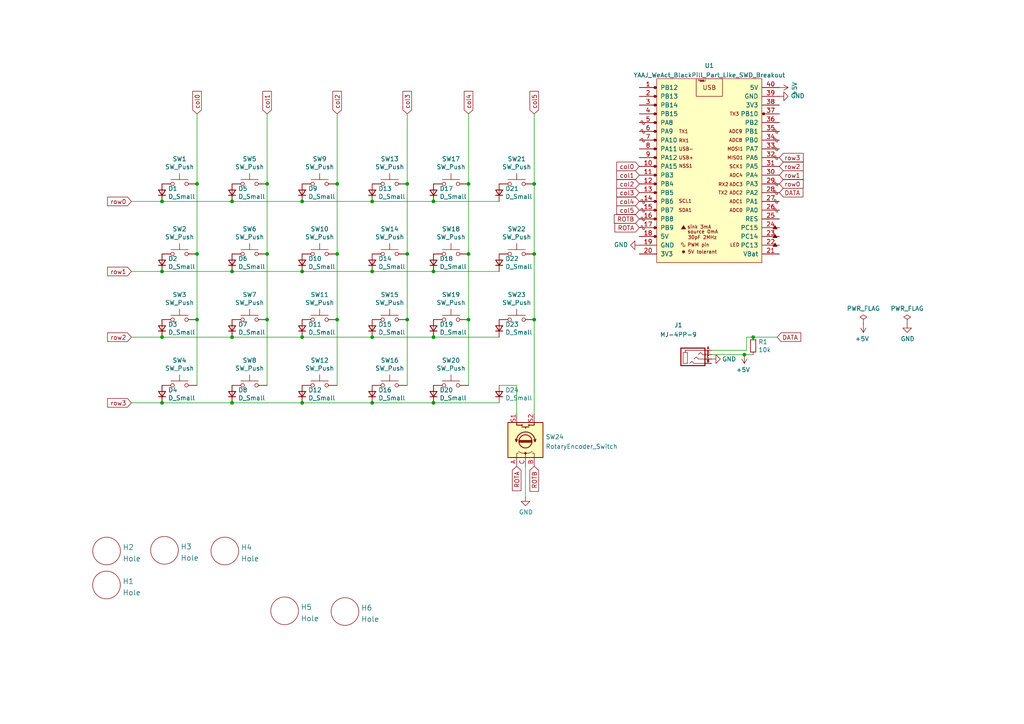
<source format=kicad_sch>
(kicad_sch (version 20220404) (generator eeschema)
  (paper "A4")
  (lib_symbols
    (symbol "Device:D_Small" (pin_numbers hide) (pin_names (offset 0.254) hide)
      (property "Reference" "D" (at -1.27 2.032 0))
      (property "Value" "Device_D_Small" (at -3.81 -2.032 0))
      (symbol "D_Small_0_1"
        (polyline (pts (xy -0.762 -1.016) (xy -0.762 1.016)) (stroke (width 0.254)))
        (polyline (pts (xy -0.762 0) (xy 0.762 0)))
        (polyline (pts (xy 0.762 -1.016) (xy -0.762 0) (xy 0.762 1.016) (xy 0.762 -1.016)) (stroke (width 0.254)))
      )
      (symbol "D_Small_1_1"
        (pin passive line (at -2.54 0 0) (length 1.778) (name "K") (number "1"))
        (pin passive line (at 2.54 0 180) (length 1.778) (name "A") (number "2"))
      )
    )
    (symbol "Device:R_Small" (pin_numbers hide) (pin_names (offset 0.254) hide)
      (property "Reference" "R" (at 0.762 0.508 0))
      (property "Value" "Device_R_Small" (at 0.762 -1.016 0))
      (symbol "R_Small_0_1"
        (rectangle (start -0.762 1.778) (end 0.762 -1.778) (stroke (width 0.2032)))
      )
      (symbol "R_Small_1_1"
        (pin passive line (at 0 2.54 270) (length 0.762) (name "~") (number "1"))
        (pin passive line (at 0 -2.54 90) (length 0.762) (name "~") (number "2"))
      )
    )
    (symbol "Device:RotaryEncoder_Switch" (pin_names (offset 0.254) hide)
      (property "Reference" "SW" (at 0 6.604 0))
      (property "Value" "RotaryEncoder_Switch" (at 0 -6.604 0))
      (symbol "RotaryEncoder_Switch_0_1"
        (rectangle (start -5.08 5.08) (end 5.08 -5.08) (stroke (width 0.254)) (fill (type background)))
        (circle (center -3.81 0) (radius 0.254) (fill (type outline)))
        (arc (start -0.381 -2.794) (mid 2.3622 -0.0635) (end -0.381 2.667) (stroke (width 0.254)))
        (circle (center -0.381 0) (radius 1.905) (stroke (width 0.254)))
        (polyline (pts (xy -0.635 -1.778) (xy -0.635 1.778)) (stroke (width 0.254)))
        (polyline (pts (xy -0.381 -1.778) (xy -0.381 1.778)) (stroke (width 0.254)))
        (polyline (pts (xy -0.127 1.778) (xy -0.127 -1.778)) (stroke (width 0.254)))
        (polyline (pts (xy 3.81 0) (xy 3.429 0)) (stroke (width 0.254)))
        (polyline (pts (xy 3.81 1.016) (xy 3.81 -1.016)) (stroke (width 0.254)))
        (polyline (pts (xy -5.08 -2.54) (xy -3.81 -2.54) (xy -3.81 -2.032)))
        (polyline (pts (xy -5.08 2.54) (xy -3.81 2.54) (xy -3.81 2.032)))
        (polyline (pts (xy 0.254 -3.048) (xy -0.508 -2.794) (xy 0.127 -2.413)) (stroke (width 0.254)))
        (polyline (pts (xy 0.254 2.921) (xy -0.508 2.667) (xy 0.127 2.286)) (stroke (width 0.254)))
        (polyline (pts (xy 5.08 -2.54) (xy 4.318 -2.54) (xy 4.318 -1.016)) (stroke (width 0.254)))
        (polyline (pts (xy 5.08 2.54) (xy 4.318 2.54) (xy 4.318 1.016)) (stroke (width 0.254)))
        (polyline (pts (xy -5.08 0) (xy -3.81 0) (xy -3.81 -1.016) (xy -3.302 -2.032)))
        (polyline (pts (xy -4.318 0) (xy -3.81 0) (xy -3.81 1.016) (xy -3.302 2.032)))
        (circle (center 4.318 -1.016) (radius 0.127) (stroke (width 0.254)))
        (circle (center 4.318 1.016) (radius 0.127) (stroke (width 0.254)))
      )
      (symbol "RotaryEncoder_Switch_1_1"
        (pin passive line (at -7.62 2.54 0) (length 2.54) (name "A") (number "A"))
        (pin passive line (at -7.62 -2.54 0) (length 2.54) (name "B") (number "B"))
        (pin passive line (at -7.62 0 0) (length 2.54) (name "C") (number "C"))
        (pin passive line (at 7.62 2.54 180) (length 2.54) (name "S1") (number "S1"))
        (pin passive line (at 7.62 -2.54 180) (length 2.54) (name "S2") (number "S2"))
      )
    )
    (symbol "Switch:SW_Push" (pin_numbers hide) (pin_names (offset 1.016) hide)
      (property "Reference" "SW" (at 1.27 2.54 0))
      (property "Value" "Switch_SW_Push" (at 0 -1.524 0))
      (symbol "SW_Push_0_1"
        (circle (center -2.032 0) (radius 0.508))
        (polyline (pts (xy 0 1.27) (xy 0 3.048)))
        (polyline (pts (xy 2.54 1.27) (xy -2.54 1.27)))
        (circle (center 2.032 0) (radius 0.508))
        (pin passive line (at -5.08 0 0) (length 2.54) (name "1") (number "1"))
        (pin passive line (at 5.08 0 180) (length 2.54) (name "2") (number "2"))
      )
    )
    (symbol "YAAJ_WeAct_BlackPill_Part_Like:YAAJ_WeAct_BlackPill_Part_Like" (pin_names (offset 1.016))
      (property "Reference" "U" (at -12.7 27.94 0))
      (property "Value" "YAAJ_WeAct_BlackPill_Part_Like" (at 0 2.54 90))
      (symbol "YAAJ_WeAct_BlackPill_Part_Like_0_0"
        (circle (center -15.748 -20.32) (radius 0.3556) (fill (type outline)))
        (circle (center -15.748 -17.78) (radius 0.3556) (fill (type outline)))
        (circle (center -15.748 -15.24) (radius 0.3556) (fill (type outline)))
        (circle (center -15.748 -12.7) (radius 0.3556) (fill (type outline)))
        (circle (center -15.748 -10.16) (radius 0.3556) (fill (type outline)))
        (circle (center -15.748 -7.62) (radius 0.3556) (fill (type outline)))
        (circle (center -15.748 -5.08) (radius 0.3556) (fill (type outline)))
        (circle (center -15.748 -2.54) (radius 0.3556) (fill (type outline)))
        (circle (center -15.748 0) (radius 0.3556) (fill (type outline)))
        (circle (center -15.748 2.54) (radius 0.3556) (fill (type outline)))
        (circle (center -15.748 5.08) (radius 0.3556) (fill (type outline)))
        (circle (center -15.748 7.62) (radius 0.3556) (fill (type outline)))
        (circle (center -15.748 10.16) (radius 0.3556) (fill (type outline)))
        (circle (center -15.748 12.7) (radius 0.3556) (fill (type outline)))
        (circle (center -15.748 15.24) (radius 0.3556) (fill (type outline)))
        (circle (center -15.748 17.78) (radius 0.3556) (fill (type outline)))
        (circle (center -15.748 22.86) (radius 0.3556) (fill (type outline)))
        (circle (center -7.493 -24.765) (radius 0.127) (fill (type outline)))
        (circle (center -7.493 -24.765) (radius 0.254))
        (circle (center -7.493 -24.765) (radius 0.3556))
        (polyline (pts (xy -8.128 -18.161) (xy -7.493 -17.145) (xy -6.858 -18.161) (xy -8.128 -18.161) (xy -7.493 -17.272) (xy -6.985 -18.161) (xy -8.001 -18.034) (xy -7.493 -17.399) (xy -7.112 -18.161) (xy -7.874 -17.907) (xy -7.366 -17.526) (xy -7.239 -18.161) (xy -7.747 -17.78) (xy -7.239 -17.653) (xy -7.366 -18.034) (xy -7.62 -17.78) (xy -7.366 -17.907) (xy -7.493 -17.653)))
        (polyline (pts (xy 18.415 -23.241) (xy 19.05 -22.225) (xy 19.685 -23.241) (xy 18.415 -23.241) (xy 19.05 -22.352) (xy 19.558 -23.241) (xy 18.542 -23.114) (xy 19.05 -22.479) (xy 19.431 -23.241) (xy 18.669 -22.987) (xy 19.177 -22.606) (xy 19.304 -23.241) (xy 18.796 -22.86) (xy 19.304 -22.733) (xy 19.177 -23.114) (xy 18.923 -22.86) (xy 19.177 -22.987) (xy 19.05 -22.733)))
        (polyline (pts (xy 18.415 -20.701) (xy 19.05 -19.685) (xy 19.685 -20.701) (xy 18.415 -20.701) (xy 19.05 -19.812) (xy 19.558 -20.701) (xy 18.542 -20.574) (xy 19.05 -19.939) (xy 19.431 -20.701) (xy 18.669 -20.447) (xy 19.177 -20.066) (xy 19.304 -20.701) (xy 18.796 -20.32) (xy 19.304 -20.193) (xy 19.177 -20.574) (xy 18.923 -20.32) (xy 19.177 -20.447) (xy 19.05 -20.193)))
        (polyline (pts (xy 18.415 -18.161) (xy 19.05 -17.145) (xy 19.685 -18.161) (xy 18.415 -18.161) (xy 19.05 -17.272) (xy 19.558 -18.161) (xy 18.542 -18.034) (xy 19.05 -17.399) (xy 19.431 -18.161) (xy 18.669 -17.907) (xy 19.177 -17.526) (xy 19.304 -18.161) (xy 18.796 -17.78) (xy 19.304 -17.653) (xy 19.177 -18.034) (xy 18.923 -17.78) (xy 19.177 -17.907) (xy 19.05 -17.653)))
        (circle (center 15.748 15.24) (radius 0.254) (fill (type outline)))
        (circle (center 15.748 15.24) (radius 0.3556))
        (text "30pF 2MHz" (at -2.032 -20.574 0) (effects (font (size 0.9906 0.9906))))
        (text "5V tolerant" (at -2.032 -24.765 0) (effects (font (size 0.9906 0.9906))))
        (text "ADC0" (at 7.747 -12.7 0) (effects (font (size 0.9906 0.9906))))
        (text "ADC1" (at 7.747 -10.16 0) (effects (font (size 0.9906 0.9906))))
        (text "ADC2" (at 7.747 -7.62 0) (effects (font (size 0.9906 0.9906))))
        (text "ADC3" (at 7.747 -5.207 0) (effects (font (size 0.9906 0.9906))))
        (text "ADC4" (at 7.747 -2.54 0) (effects (font (size 0.9906 0.9906))))
        (text "ADC8" (at 7.62 7.62 0) (effects (font (size 0.9906 0.9906))))
        (text "ADC9" (at 7.62 10.16 0) (effects (font (size 0.9906 0.9906))))
        (text "LED" (at 7.366 -22.733 0) (effects (font (size 0.9906 0.9906))))
        (text "MISO1" (at 7.493 2.54 0) (effects (font (size 0.9906 0.9906))))
        (text "MOSI1" (at 7.493 5.08 0) (effects (font (size 0.9906 0.9906))))
        (text "NSS1" (at -6.858 0.127 0) (effects (font (size 0.9906 0.9906))))
        (text "PWM pin" (at -3.175 -22.733 0) (effects (font (size 0.9906 0.9906))))
        (text "RX1" (at -7.366 7.493 0) (effects (font (size 0.9906 0.9906))))
        (text "RX2" (at 4.064 -5.207 0) (effects (font (size 0.9906 0.9906))))
        (text "SCK1" (at 7.747 0 0) (effects (font (size 0.9906 0.9906))))
        (text "SCL1" (at -6.985 -10.033 0) (effects (font (size 0.9906 0.9906))))
        (text "SDA1" (at -6.985 -12.7 0) (effects (font (size 0.9906 0.9906))))
        (text "sink 3mA" (at -2.921 -17.526 0) (effects (font (size 0.9906 0.9906))))
        (text "source 0mA" (at -1.905 -18.923 0) (effects (font (size 0.9906 0.9906))))
        (text "TX1" (at -7.493 10.16 0) (effects (font (size 0.9906 0.9906))))
        (text "TX2" (at 3.937 -7.62 0) (effects (font (size 0.9906 0.9906))))
        (text "TX3" (at 7.239 15.24 0) (effects (font (size 0.9906 0.9906))))
        (text "USB" (at 0 22.86 0) (effects (font (size 1.27 1.27))))
        (text "USB+" (at -6.731 2.54 0) (effects (font (size 0.9906 0.9906))))
        (text "USB-" (at -6.731 5.08 0) (effects (font (size 0.9906 0.9906))))
        (text "Y@@J" (at -2.159 24.892 0) (effects (font (size 0.508 0.508))))
      )
      (symbol "YAAJ_WeAct_BlackPill_Part_Like_0_1"
        (rectangle (start -15.24 25.4) (end 15.24 -27.94) (fill (type background)))
        (polyline (pts (xy -18.796 -17.78) (xy -18.796 -18.288) (xy -19.304 -18.288) (xy -19.304 -17.272) (xy -19.812 -17.272) (xy -19.812 -17.78)))
        (polyline (pts (xy -18.796 -15.24) (xy -18.796 -15.748) (xy -19.304 -15.748) (xy -19.304 -14.732) (xy -19.812 -14.732) (xy -19.812 -15.24)))
        (polyline (pts (xy -18.796 -12.7) (xy -18.796 -13.208) (xy -19.304 -13.208) (xy -19.304 -12.192) (xy -19.812 -12.192) (xy -19.812 -12.7)))
        (polyline (pts (xy -18.796 -10.16) (xy -18.796 -10.668) (xy -19.304 -10.668) (xy -19.304 -9.652) (xy -19.812 -9.652) (xy -19.812 -10.16)))
        (polyline (pts (xy -18.796 7.62) (xy -18.796 7.112) (xy -19.304 7.112) (xy -19.304 8.128) (xy -19.812 8.128) (xy -19.812 7.62)))
        (polyline (pts (xy -18.796 10.16) (xy -18.796 9.652) (xy -19.304 9.652) (xy -19.304 10.668) (xy -19.812 10.668) (xy -19.812 10.16)))
        (polyline (pts (xy -18.796 12.7) (xy -18.796 12.192) (xy -19.304 12.192) (xy -19.304 13.208) (xy -19.812 13.208) (xy -19.812 12.7)))
        (polyline (pts (xy -7.112 -22.733) (xy -7.112 -23.241) (xy -7.62 -23.241) (xy -7.62 -22.225) (xy -8.128 -22.225) (xy -8.128 -22.733)))
        (polyline (pts (xy 19.812 -12.7) (xy 19.812 -13.208) (xy 19.304 -13.208) (xy 19.304 -12.192) (xy 18.796 -12.192) (xy 18.796 -12.7)))
        (polyline (pts (xy 19.812 -10.16) (xy 19.812 -10.668) (xy 19.304 -10.668) (xy 19.304 -9.652) (xy 18.796 -9.652) (xy 18.796 -10.16)))
        (polyline (pts (xy 19.812 -7.62) (xy 19.812 -8.128) (xy 19.304 -8.128) (xy 19.304 -7.112) (xy 18.796 -7.112) (xy 18.796 -7.62)))
        (polyline (pts (xy 19.812 -5.08) (xy 19.812 -5.588) (xy 19.304 -5.588) (xy 19.304 -4.572) (xy 18.796 -4.572) (xy 18.796 -5.08)))
        (polyline (pts (xy 19.812 2.54) (xy 19.812 2.032) (xy 19.304 2.032) (xy 19.304 3.048) (xy 18.796 3.048) (xy 18.796 2.54)))
        (polyline (pts (xy 19.812 5.08) (xy 19.812 4.572) (xy 19.304 4.572) (xy 19.304 5.588) (xy 18.796 5.588) (xy 18.796 5.08)))
        (polyline (pts (xy 19.812 7.62) (xy 19.812 7.112) (xy 19.304 7.112) (xy 19.304 8.128) (xy 18.796 8.128) (xy 18.796 7.62)))
        (polyline (pts (xy 19.812 10.16) (xy 19.812 9.652) (xy 19.304 9.652) (xy 19.304 10.668) (xy 18.796 10.668) (xy 18.796 10.16)))
        (rectangle (start 3.81 25.4) (end -3.81 20.32))
      )
      (symbol "YAAJ_WeAct_BlackPill_Part_Like_1_1"
        (circle (center -15.748 20.32) (radius 0.3556) (fill (type outline)))
        (pin bidirectional line (at -20.32 22.86 0) (length 5.08) (name "PB12") (number "1"))
        (pin bidirectional line (at -20.32 0 0) (length 5.08) (name "PA15") (number "10"))
        (pin bidirectional line (at -20.32 -2.54 0) (length 5.08) (name "PB3") (number "11"))
        (pin bidirectional line (at -20.32 -5.08 0) (length 5.08) (name "PB4") (number "12"))
        (pin bidirectional line (at -20.32 -7.62 0) (length 5.08) (name "PB5") (number "13"))
        (pin bidirectional line (at -20.32 -10.16 0) (length 5.08) (name "PB6") (number "14"))
        (pin bidirectional line (at -20.32 -12.7 0) (length 5.08) (name "PB7") (number "15"))
        (pin bidirectional line (at -20.32 -15.24 0) (length 5.08) (name "PB8") (number "16"))
        (pin bidirectional line (at -20.32 -17.78 0) (length 5.08) (name "PB9") (number "17"))
        (pin power_in line (at -20.32 -20.32 0) (length 5.08) (name "5V") (number "18"))
        (pin power_in line (at -20.32 -22.86 0) (length 5.08) (name "GND") (number "19"))
        (pin bidirectional line (at -20.32 20.32 0) (length 5.08) (name "PB13") (number "2"))
        (pin power_in line (at -20.32 -25.4 0) (length 5.08) (name "3V3") (number "20"))
        (pin power_in line (at 20.32 -25.4 180) (length 5.08) (name "VBat") (number "21"))
        (pin bidirectional line (at 20.32 -22.86 180) (length 5.08) (name "PC13") (number "22"))
        (pin bidirectional line (at 20.32 -20.32 180) (length 5.08) (name "PC14") (number "23"))
        (pin bidirectional line (at 20.32 -17.78 180) (length 5.08) (name "PC15") (number "24"))
        (pin input line (at 20.32 -15.24 180) (length 5.08) (name "RES") (number "25"))
        (pin bidirectional line (at 20.32 -12.7 180) (length 5.08) (name "PA0") (number "26"))
        (pin bidirectional line (at 20.32 -10.16 180) (length 5.08) (name "PA1") (number "27"))
        (pin bidirectional line (at 20.32 -7.62 180) (length 5.08) (name "PA2") (number "28"))
        (pin bidirectional line (at 20.32 -5.08 180) (length 5.08) (name "PA3") (number "29"))
        (pin bidirectional line (at -20.32 17.78 0) (length 5.08) (name "PB14") (number "3"))
        (pin bidirectional line (at 20.32 -2.54 180) (length 5.08) (name "PA4") (number "30"))
        (pin bidirectional line (at 20.32 0 180) (length 5.08) (name "PA5") (number "31"))
        (pin bidirectional line (at 20.32 2.54 180) (length 5.08) (name "PA6") (number "32"))
        (pin bidirectional line (at 20.32 5.08 180) (length 5.08) (name "PA7") (number "33"))
        (pin bidirectional line (at 20.32 7.62 180) (length 5.08) (name "PB0") (number "34"))
        (pin bidirectional line (at 20.32 10.16 180) (length 5.08) (name "PB1") (number "35"))
        (pin bidirectional line (at 20.32 12.7 180) (length 5.08) (name "PB2") (number "36"))
        (pin bidirectional line (at 20.32 15.24 180) (length 5.08) (name "PB10") (number "37"))
        (pin power_in line (at 20.32 17.78 180) (length 5.08) (name "3V3") (number "38"))
        (pin power_in line (at 20.32 20.32 180) (length 5.08) (name "GND") (number "39"))
        (pin bidirectional line (at -20.32 15.24 0) (length 5.08) (name "PB15") (number "4"))
        (pin power_in line (at 20.32 22.86 180) (length 5.08) (name "5V") (number "40"))
        (pin bidirectional line (at -20.32 12.7 0) (length 5.08) (name "PA8") (number "5"))
        (pin bidirectional line (at -20.32 10.16 0) (length 5.08) (name "PA9") (number "6"))
        (pin bidirectional line (at -20.32 7.62 0) (length 5.08) (name "PA10") (number "7"))
        (pin bidirectional line (at -20.32 5.08 0) (length 5.08) (name "PA11") (number "8"))
        (pin bidirectional line (at -20.32 2.54 0) (length 5.08) (name "PA12") (number "9"))
      )
    )
    (symbol "kbd:MJ-4PP-9" (pin_names (offset 1.016))
      (property "Reference" "J" (at 0 3.81 0))
      (property "Value" "MJ-4PP-9" (at 0 -3.81 0))
      (symbol "MJ-4PP-9_0_1"
        (rectangle (start -1.905 -1.905) (end -3.175 1.27))
        (polyline (pts (xy -2.54 1.27) (xy -2.54 1.905) (xy 3.175 1.905)))
        (polyline (pts (xy -1.27 -1.905) (xy -0.635 -1.27) (xy 0 -1.905) (xy 3.175 -1.905)))
        (polyline (pts (xy 0 -0.635) (xy 0.635 0) (xy 1.27 -0.635) (xy 3.175 -0.635)))
        (polyline (pts (xy 1.27 0.635) (xy 1.905 1.27) (xy 2.54 0.635) (xy 3.175 0.635)))
        (rectangle (start 3.175 2.54) (end -3.81 -2.54) (stroke (width 0.3048)))
      )
      (symbol "MJ-4PP-9_1_1"
        (pin input line (at 5.08 1.905 180) (length 2.0066) (name "~") (number "A"))
        (pin input line (at 5.08 -1.905 180) (length 2.0066) (name "~") (number "B"))
        (pin input line (at 5.08 -0.635 180) (length 2.0066) (name "~") (number "C"))
        (pin input line (at 5.08 0.635 180) (length 2.0066) (name "~") (number "D"))
      )
    )
    (symbol "keebio:Hole" (pin_names (offset 1.016))
      (property "Reference" "H" (at 0 -1.27 0))
      (property "Value" "Hole" (at 0 1.27 0))
      (symbol "Hole_0_1"
        (circle (center 0 0) (radius 4.0132))
      )
    )
    (symbol "power:+5V" (power) (pin_names (offset 0))
      (property "Value" "power_+5V" (at 0 3.556 0))
      (symbol "+5V_0_1"
        (polyline (pts (xy -0.762 1.27) (xy 0 2.54)))
        (polyline (pts (xy 0 0) (xy 0 2.54)))
        (polyline (pts (xy 0 2.54) (xy 0.762 1.27)))
      )
      (symbol "+5V_1_1"
        (pin power_in line (at 0 0 90) (length 0) hide (name "+5V") (number "1"))
      )
    )
    (symbol "power:GND" (power) (pin_names (offset 0))
      (property "Value" "power_GND" (at 0 -3.81 0))
      (symbol "GND_0_1"
        (polyline (pts (xy 0 0) (xy 0 -1.27) (xy 1.27 -1.27) (xy 0 -2.54) (xy -1.27 -1.27) (xy 0 -1.27)))
      )
      (symbol "GND_1_1"
        (pin power_in line (at 0 0 270) (length 0) hide (name "GND") (number "1"))
      )
    )
    (symbol "power:PWR_FLAG" (power) (pin_numbers hide) (pin_names (offset 0) hide)
      (property "Value" "power_PWR_FLAG" (at 0 3.81 0))
      (symbol "PWR_FLAG_0_0"
        (pin power_out line (at 0 0 90) (length 0) (name "pwr") (number "1"))
      )
      (symbol "PWR_FLAG_0_1"
        (polyline (pts (xy 0 0) (xy 0 1.27) (xy -1.016 1.905) (xy 0 2.54) (xy 1.016 1.905) (xy 0 1.27)))
      )
    )
  )
  (junction (at 87.63 97.79))
  (junction (at 125.73 58.42))
  (junction (at 46.99 97.79))
  (junction (at 107.95 58.42))
  (junction (at 77.47 73.66))
  (junction (at 154.94 73.66))
  (junction (at 67.31 78.74))
  (junction (at 87.63 58.42))
  (junction (at 107.95 116.84))
  (junction (at 57.15 73.66))
  (junction (at 154.94 53.34))
  (junction (at 87.63 116.84))
  (junction (at 118.11 53.34))
  (junction (at 46.99 58.42))
  (junction (at 77.47 53.34))
  (junction (at 154.94 92.71))
  (junction (at 87.63 78.74))
  (junction (at 67.31 116.84))
  (junction (at 125.73 78.74))
  (junction (at 46.99 116.84))
  (junction (at 97.79 92.71))
  (junction (at 118.11 92.71))
  (junction (at 125.73 116.84))
  (junction (at 135.89 53.34))
  (junction (at 107.95 97.79))
  (junction (at 57.15 92.71))
  (junction (at 218.44 97.79))
  (junction (at 125.73 97.79))
  (junction (at 67.31 97.79))
  (junction (at 46.99 78.74))
  (junction (at 118.11 73.66))
  (junction (at 215.9 102.87))
  (junction (at 57.15 53.34))
  (junction (at 135.89 73.66))
  (junction (at 97.79 73.66))
  (junction (at 135.89 92.71))
  (junction (at 77.47 92.71))
  (junction (at 67.31 58.42))
  (junction (at 97.79 53.34))
  (junction (at 107.95 78.74))
  (wire (pts (xy 57.15 53.34) (xy 57.15 73.66)))
  (wire (pts (xy 87.63 97.79) (xy 67.31 97.79)))
  (wire (pts (xy 135.89 92.71) (xy 135.89 111.76)))
  (wire (pts (xy 77.47 73.66) (xy 77.47 92.71)))
  (wire (pts (xy 67.31 58.42) (xy 46.99 58.42)))
  (wire (pts (xy 206.375 101.6) (xy 216.535 101.6)))
  (wire (pts (xy 218.44 97.79) (xy 225.425 97.79)))
  (wire (pts (xy 135.89 33.02) (xy 135.89 53.34)))
  (wire (pts (xy 77.47 33.02) (xy 77.47 53.34)))
  (wire (pts (xy 97.79 92.71) (xy 97.79 73.66)))
  (wire (pts (xy 107.95 78.74) (xy 87.63 78.74)))
  (wire (pts (xy 97.79 33.02) (xy 97.79 53.34)))
  (wire (pts (xy 118.11 33.02) (xy 118.11 53.34)))
  (wire (pts (xy 57.15 73.66) (xy 57.15 92.71)))
  (wire (pts (xy 125.73 116.84) (xy 144.78 116.84)))
  (wire (pts (xy 144.78 58.42) (xy 125.73 58.42)))
  (wire (pts (xy 107.95 116.84) (xy 125.73 116.84)))
  (wire (pts (xy 144.78 97.79) (xy 125.73 97.79)))
  (wire (pts (xy 67.31 116.84) (xy 46.99 116.84)))
  (wire (pts (xy 216.535 97.79) (xy 218.44 97.79)))
  (wire (pts (xy 107.95 97.79) (xy 87.63 97.79)))
  (wire (pts (xy 118.11 73.66) (xy 118.11 53.34)))
  (wire (pts (xy 206.375 102.87) (xy 215.9 102.87)))
  (wire (pts (xy 118.11 92.71) (xy 118.11 111.76)))
  (wire (pts (xy 118.11 92.71) (xy 118.11 73.66)))
  (wire (pts (xy 144.78 78.74) (xy 125.73 78.74)))
  (wire (pts (xy 77.47 92.71) (xy 77.47 111.76)))
  (wire (pts (xy 125.73 97.79) (xy 107.95 97.79)))
  (wire (pts (xy 152.4 135.255) (xy 152.4 144.145)))
  (wire (pts (xy 46.99 97.79) (xy 67.31 97.79)))
  (wire (pts (xy 107.95 58.42) (xy 87.63 58.42)))
  (wire (pts (xy 46.99 97.79) (xy 38.1 97.79)))
  (wire (pts (xy 125.73 78.74) (xy 107.95 78.74)))
  (wire (pts (xy 38.1 58.42) (xy 46.99 58.42)))
  (wire (pts (xy 154.94 73.66) (xy 154.94 92.71)))
  (wire (pts (xy 154.94 92.71) (xy 154.94 120.015)))
  (wire (pts (xy 154.94 53.34) (xy 154.94 73.66)))
  (wire (pts (xy 154.94 33.02) (xy 154.94 53.34)))
  (wire (pts (xy 46.99 78.74) (xy 38.1 78.74)))
  (wire (pts (xy 125.73 58.42) (xy 107.95 58.42)))
  (wire (pts (xy 97.79 73.66) (xy 97.79 53.34)))
  (wire (pts (xy 97.79 92.71) (xy 97.79 111.76)))
  (wire (pts (xy 135.89 53.34) (xy 135.89 73.66)))
  (wire (pts (xy 216.535 101.6) (xy 216.535 97.79)))
  (wire (pts (xy 149.86 111.76) (xy 144.78 111.76)))
  (wire (pts (xy 149.86 120.015) (xy 149.86 111.76)))
  (wire (pts (xy 57.15 92.71) (xy 57.15 111.76)))
  (wire (pts (xy 46.99 116.84) (xy 38.1 116.84)))
  (wire (pts (xy 87.63 78.74) (xy 67.31 78.74)))
  (wire (pts (xy 87.63 116.84) (xy 107.95 116.84)))
  (wire (pts (xy 57.15 33.02) (xy 57.15 53.34)))
  (wire (pts (xy 77.47 73.66) (xy 77.47 53.34)))
  (wire (pts (xy 87.63 58.42) (xy 67.31 58.42)))
  (wire (pts (xy 215.9 102.87) (xy 218.44 102.87)))
  (wire (pts (xy 67.31 78.74) (xy 46.99 78.74)))
  (wire (pts (xy 135.89 73.66) (xy 135.89 92.71)))
  (wire (pts (xy 67.31 116.84) (xy 87.63 116.84)))
  (global_label "DATA" (shape input) (at 225.425 97.79 0) (property "Intersheet References" "${INTERSHEET_REFS}" (effects hide)))
  (global_label "row0" (shape input) (at 38.1 58.42 180) (property "Intersheet References" "${INTERSHEET_REFS}" (effects hide)))
  (global_label "col3" (shape input) (at 118.11 33.02 90) (property "Intersheet References" "${INTERSHEET_REFS}" (effects hide)))
  (global_label "ROTB" (shape input) (at 154.94 135.255 270) (property "Intersheet References" "${INTERSHEET_REFS}" (effects hide)))
  (global_label "col1" (shape input) (at 77.47 33.02 90) (property "Intersheet References" "${INTERSHEET_REFS}" (effects hide)))
  (global_label "col4" (shape input) (at 185.42 58.42 180) (property "Intersheet References" "${INTERSHEET_REFS}" (effects hide)))
  (global_label "row0" (shape input) (at 226.06 53.34 0) (property "Intersheet References" "${INTERSHEET_REFS}" (effects hide)))
  (global_label "row2" (shape input) (at 38.1 97.79 180) (property "Intersheet References" "${INTERSHEET_REFS}" (effects hide)))
  (global_label "row1" (shape input) (at 226.06 50.8 0) (property "Intersheet References" "${INTERSHEET_REFS}" (effects hide)))
  (global_label "row1" (shape input) (at 38.1 78.74 180) (property "Intersheet References" "${INTERSHEET_REFS}" (effects hide)))
  (global_label "ROTA" (shape input) (at 185.42 66.04 180) (property "Intersheet References" "${INTERSHEET_REFS}" (effects hide)))
  (global_label "col0" (shape input) (at 57.15 33.02 90) (property "Intersheet References" "${INTERSHEET_REFS}" (effects hide)))
  (global_label "row3" (shape input) (at 226.06 45.72 0) (property "Intersheet References" "${INTERSHEET_REFS}" (effects hide)))
  (global_label "row3" (shape input) (at 38.1 116.84 180) (property "Intersheet References" "${INTERSHEET_REFS}" (effects hide)))
  (global_label "col0" (shape input) (at 185.42 48.26 180) (property "Intersheet References" "${INTERSHEET_REFS}" (effects hide)))
  (global_label "row2" (shape input) (at 226.06 48.26 0) (property "Intersheet References" "${INTERSHEET_REFS}" (effects hide)))
  (global_label "ROTB" (shape input) (at 185.42 63.5 180) (property "Intersheet References" "${INTERSHEET_REFS}" (effects hide)))
  (global_label "col4" (shape input) (at 135.89 33.02 90) (property "Intersheet References" "${INTERSHEET_REFS}" (effects hide)))
  (global_label "col5" (shape input) (at 185.42 60.96 180) (property "Intersheet References" "${INTERSHEET_REFS}" (effects hide)))
  (global_label "col1" (shape input) (at 185.42 50.8 180) (property "Intersheet References" "${INTERSHEET_REFS}" (effects hide)))
  (global_label "col5" (shape input) (at 154.94 33.02 90) (property "Intersheet References" "${INTERSHEET_REFS}" (effects hide)))
  (global_label "DATA" (shape input) (at 226.06 55.88 0) (property "Intersheet References" "${INTERSHEET_REFS}" (effects hide)))
  (global_label "ROTA" (shape input) (at 149.86 135.255 270) (property "Intersheet References" "${INTERSHEET_REFS}" (effects hide)))
  (global_label "col3" (shape input) (at 185.42 55.88 180) (property "Intersheet References" "${INTERSHEET_REFS}" (effects hide)))
  (global_label "col2" (shape input) (at 97.79 33.02 90) (property "Intersheet References" "${INTERSHEET_REFS}" (effects hide)))
  (global_label "col2" (shape input) (at 185.42 53.34 180) (property "Intersheet References" "${INTERSHEET_REFS}" (effects hide)))
  (symbol (lib_id "power:PWR_FLAG") (at 250.4186 93.8784 0) (unit 1)
    (default_instance (reference "U") (unit 1) (value "") (footprint ""))
    (property "Reference" "#FLG01" (effects hide))
    (property "Value" "PWR_FLAG" (at 250.4186 89.4842 0))
  )
  (symbol (lib_id "power:PWR_FLAG") (at 263.1186 93.8784 0) (unit 1)
    (default_instance (reference "U") (unit 1) (value "") (footprint ""))
    (property "Reference" "#FLG02" (effects hide))
    (property "Value" "PWR_FLAG" (at 263.1186 89.4842 0))
  )
  (symbol (lib_id "power:GND") (at 263.1186 93.8784 0) (unit 1)
    (default_instance (reference "U") (unit 1) (value "") (footprint ""))
    (property "Reference" "#PWR09" (effects hide))
    (property "Value" "GND" (at 263.2456 98.2726 0))
  )
  (symbol (lib_id "Switch:SW_Push") (at 52.07 111.76 0) (unit 1)
    (default_instance (reference "U") (unit 1) (value "") (footprint ""))
    (property "Reference" "SW4" (at 52.07 104.521 0))
    (property "Value" "SW_Push" (at 52.07 106.8324 0))
    (property "Footprint" "acheron_MX_PlateSlots:MX100" (effects hide))
  )
  (symbol (lib_id "Switch:SW_Push") (at 72.39 111.76 0) (unit 1)
    (default_instance (reference "U") (unit 1) (value "") (footprint ""))
    (property "Reference" "SW8" (at 72.39 104.521 0))
    (property "Value" "SW_Push" (at 72.39 106.8324 0))
    (property "Footprint" "acheron_MX_PlateSlots:MX100" (effects hide))
  )
  (symbol (lib_id "Switch:SW_Push") (at 92.71 111.76 0) (unit 1)
    (default_instance (reference "U") (unit 1) (value "") (footprint ""))
    (property "Reference" "SW12" (at 92.71 104.521 0))
    (property "Value" "SW_Push" (at 92.71 106.8324 0))
    (property "Footprint" "acheron_MX_PlateSlots:MX100" (effects hide))
  )
  (symbol (lib_id "Switch:SW_Push") (at 113.03 111.76 0) (unit 1)
    (default_instance (reference "U") (unit 1) (value "") (footprint ""))
    (property "Reference" "SW16" (at 113.03 104.521 0))
    (property "Value" "SW_Push" (at 113.03 106.8324 0))
    (property "Footprint" "acheron_MX_PlateSlots:MX100" (effects hide))
  )
  (symbol (lib_id "Switch:SW_Push") (at 52.07 53.34 0) (unit 1)
    (default_instance (reference "U") (unit 1) (value "") (footprint ""))
    (property "Reference" "SW1" (at 52.07 46.101 0))
    (property "Value" "SW_Push" (at 52.07 48.4124 0))
    (property "Footprint" "acheron_MX_PlateSlots:MX100" (effects hide))
  )
  (symbol (lib_id "Device:D_Small") (at 46.99 55.88 90) (unit 1)
    (default_instance (reference "U") (unit 1) (value "") (footprint ""))
    (property "Reference" "D1" (at 48.768 54.7116 90) (effects (justify right)))
    (property "Value" "D_Small" (at 48.768 57.023 90) (effects (justify right)))
    (property "Footprint" "acheron_Components:D_THT_7.62mm_copy" (effects hide))
  )
  (symbol (lib_id "Switch:SW_Push") (at 72.39 53.34 0) (unit 1)
    (default_instance (reference "U") (unit 1) (value "") (footprint ""))
    (property "Reference" "SW5" (at 72.39 46.101 0))
    (property "Value" "SW_Push" (at 72.39 48.4124 0))
    (property "Footprint" "acheron_MX_PlateSlots:MX100" (effects hide))
  )
  (symbol (lib_id "Device:D_Small") (at 67.31 55.88 90) (unit 1)
    (default_instance (reference "U") (unit 1) (value "") (footprint ""))
    (property "Reference" "D5" (at 69.088 54.7116 90) (effects (justify right)))
    (property "Value" "D_Small" (at 69.088 57.023 90) (effects (justify right)))
    (property "Footprint" "acheron_Components:D_THT_7.62mm_copy" (effects hide))
  )
  (symbol (lib_id "Switch:SW_Push") (at 92.71 53.34 0) (unit 1)
    (default_instance (reference "U") (unit 1) (value "") (footprint ""))
    (property "Reference" "SW9" (at 92.71 46.101 0))
    (property "Value" "SW_Push" (at 92.71 48.4124 0))
    (property "Footprint" "acheron_MX_PlateSlots:MX100" (effects hide))
  )
  (symbol (lib_id "Device:D_Small") (at 87.63 55.88 90) (unit 1)
    (default_instance (reference "U") (unit 1) (value "") (footprint ""))
    (property "Reference" "D9" (at 89.408 54.7116 90) (effects (justify right)))
    (property "Value" "D_Small" (at 89.408 57.023 90) (effects (justify right)))
    (property "Footprint" "acheron_Components:D_THT_7.62mm_copy" (effects hide))
  )
  (symbol (lib_id "Switch:SW_Push") (at 113.03 53.34 0) (unit 1)
    (default_instance (reference "U") (unit 1) (value "") (footprint ""))
    (property "Reference" "SW13" (at 113.03 46.101 0))
    (property "Value" "SW_Push" (at 113.03 48.4124 0))
    (property "Footprint" "acheron_MX_PlateSlots:MX100" (effects hide))
  )
  (symbol (lib_id "Device:D_Small") (at 107.95 55.88 90) (unit 1)
    (default_instance (reference "U") (unit 1) (value "") (footprint ""))
    (property "Reference" "D13" (at 109.728 54.7116 90) (effects (justify right)))
    (property "Value" "D_Small" (at 109.728 57.023 90) (effects (justify right)))
    (property "Footprint" "acheron_Components:D_THT_7.62mm_copy" (effects hide))
  )
  (symbol (lib_id "Switch:SW_Push") (at 130.81 53.34 0) (unit 1)
    (default_instance (reference "U") (unit 1) (value "") (footprint ""))
    (property "Reference" "SW17" (at 130.81 46.101 0))
    (property "Value" "SW_Push" (at 130.81 48.4124 0))
    (property "Footprint" "acheron_MX_PlateSlots:MX100" (effects hide))
  )
  (symbol (lib_id "Device:D_Small") (at 125.73 55.88 90) (unit 1)
    (default_instance (reference "U") (unit 1) (value "") (footprint ""))
    (property "Reference" "D17" (at 127.508 54.7116 90) (effects (justify right)))
    (property "Value" "D_Small" (at 127.508 57.023 90) (effects (justify right)))
    (property "Footprint" "acheron_Components:D_THT_7.62mm_copy" (effects hide))
  )
  (symbol (lib_id "Switch:SW_Push") (at 52.07 73.66 0) (unit 1)
    (default_instance (reference "U") (unit 1) (value "") (footprint ""))
    (property "Reference" "SW2" (at 52.07 66.421 0))
    (property "Value" "SW_Push" (at 52.07 68.7324 0))
    (property "Footprint" "acheron_MX_PlateSlots:MX100" (effects hide))
  )
  (symbol (lib_id "Device:D_Small") (at 46.99 76.2 90) (unit 1)
    (default_instance (reference "U") (unit 1) (value "") (footprint ""))
    (property "Reference" "D2" (at 48.768 75.0316 90) (effects (justify right)))
    (property "Value" "D_Small" (at 48.768 77.343 90) (effects (justify right)))
    (property "Footprint" "acheron_Components:D_THT_7.62mm_copy" (effects hide))
  )
  (symbol (lib_id "Switch:SW_Push") (at 72.39 73.66 0) (unit 1)
    (default_instance (reference "U") (unit 1) (value "") (footprint ""))
    (property "Reference" "SW6" (at 72.39 66.421 0))
    (property "Value" "SW_Push" (at 72.39 68.7324 0))
    (property "Footprint" "acheron_MX_PlateSlots:MX100" (effects hide))
  )
  (symbol (lib_id "Device:D_Small") (at 67.31 76.2 90) (unit 1)
    (default_instance (reference "U") (unit 1) (value "") (footprint ""))
    (property "Reference" "D6" (at 69.088 75.0316 90) (effects (justify right)))
    (property "Value" "D_Small" (at 69.088 77.343 90) (effects (justify right)))
    (property "Footprint" "acheron_Components:D_THT_7.62mm_copy" (effects hide))
  )
  (symbol (lib_id "Switch:SW_Push") (at 92.71 73.66 0) (unit 1)
    (default_instance (reference "U") (unit 1) (value "") (footprint ""))
    (property "Reference" "SW10" (at 92.71 66.421 0))
    (property "Value" "SW_Push" (at 92.71 68.7324 0))
    (property "Footprint" "acheron_MX_PlateSlots:MX100" (effects hide))
  )
  (symbol (lib_id "Device:D_Small") (at 87.63 76.2 90) (unit 1)
    (default_instance (reference "U") (unit 1) (value "") (footprint ""))
    (property "Reference" "D10" (at 89.408 75.0316 90) (effects (justify right)))
    (property "Value" "D_Small" (at 89.408 77.343 90) (effects (justify right)))
    (property "Footprint" "acheron_Components:D_THT_7.62mm_copy" (effects hide))
  )
  (symbol (lib_id "Switch:SW_Push") (at 113.03 73.66 0) (unit 1)
    (default_instance (reference "U") (unit 1) (value "") (footprint ""))
    (property "Reference" "SW14" (at 113.03 66.421 0))
    (property "Value" "SW_Push" (at 113.03 68.7324 0))
    (property "Footprint" "acheron_MX_PlateSlots:MX100" (effects hide))
  )
  (symbol (lib_id "Device:D_Small") (at 107.95 76.2 90) (unit 1)
    (default_instance (reference "U") (unit 1) (value "") (footprint ""))
    (property "Reference" "D14" (at 109.728 75.0316 90) (effects (justify right)))
    (property "Value" "D_Small" (at 109.728 77.343 90) (effects (justify right)))
    (property "Footprint" "acheron_Components:D_THT_7.62mm_copy" (effects hide))
  )
  (symbol (lib_id "Switch:SW_Push") (at 130.81 73.66 0) (unit 1)
    (default_instance (reference "U") (unit 1) (value "") (footprint ""))
    (property "Reference" "SW18" (at 130.81 66.421 0))
    (property "Value" "SW_Push" (at 130.81 68.7324 0))
    (property "Footprint" "acheron_MX_PlateSlots:MX100" (effects hide))
  )
  (symbol (lib_id "Device:D_Small") (at 125.73 76.2 90) (unit 1)
    (default_instance (reference "U") (unit 1) (value "") (footprint ""))
    (property "Reference" "D18" (at 127.508 75.0316 90) (effects (justify right)))
    (property "Value" "D_Small" (at 127.508 77.343 90) (effects (justify right)))
    (property "Footprint" "acheron_Components:D_THT_7.62mm_copy" (effects hide))
  )
  (symbol (lib_id "Switch:SW_Push") (at 149.86 73.66 0) (unit 1)
    (default_instance (reference "U") (unit 1) (value "") (footprint ""))
    (property "Reference" "SW22" (at 149.86 66.421 0))
    (property "Value" "SW_Push" (at 149.86 68.7324 0))
    (property "Footprint" "acheron_MX_PlateSlots:MX100" (effects hide))
  )
  (symbol (lib_id "Device:D_Small") (at 144.78 76.2 90) (unit 1)
    (default_instance (reference "U") (unit 1) (value "") (footprint ""))
    (property "Reference" "D22" (at 146.558 75.0316 90) (effects (justify right)))
    (property "Value" "D_Small" (at 146.558 77.343 90) (effects (justify right)))
    (property "Footprint" "acheron_Components:D_THT_7.62mm_copy" (effects hide))
  )
  (symbol (lib_id "Switch:SW_Push") (at 52.07 92.71 0) (unit 1)
    (default_instance (reference "U") (unit 1) (value "") (footprint ""))
    (property "Reference" "SW3" (at 52.07 85.471 0))
    (property "Value" "SW_Push" (at 52.07 87.7824 0))
    (property "Footprint" "acheron_MX_PlateSlots:MX100" (effects hide))
  )
  (symbol (lib_id "Device:D_Small") (at 46.99 95.25 90) (unit 1)
    (default_instance (reference "U") (unit 1) (value "") (footprint ""))
    (property "Reference" "D3" (at 48.768 94.0816 90) (effects (justify right)))
    (property "Value" "D_Small" (at 48.768 96.393 90) (effects (justify right)))
    (property "Footprint" "acheron_Components:D_THT_7.62mm_copy" (effects hide))
  )
  (symbol (lib_id "Switch:SW_Push") (at 72.39 92.71 0) (unit 1)
    (default_instance (reference "U") (unit 1) (value "") (footprint ""))
    (property "Reference" "SW7" (at 72.39 85.471 0))
    (property "Value" "SW_Push" (at 72.39 87.7824 0))
    (property "Footprint" "acheron_MX_PlateSlots:MX100" (effects hide))
  )
  (symbol (lib_id "Device:D_Small") (at 67.31 95.25 90) (unit 1)
    (default_instance (reference "U") (unit 1) (value "") (footprint ""))
    (property "Reference" "D7" (at 69.088 94.0816 90) (effects (justify right)))
    (property "Value" "D_Small" (at 69.088 96.393 90) (effects (justify right)))
    (property "Footprint" "acheron_Components:D_THT_7.62mm_copy" (effects hide))
  )
  (symbol (lib_id "Switch:SW_Push") (at 92.71 92.71 0) (unit 1)
    (default_instance (reference "U") (unit 1) (value "") (footprint ""))
    (property "Reference" "SW11" (at 92.71 85.471 0))
    (property "Value" "SW_Push" (at 92.71 87.7824 0))
    (property "Footprint" "acheron_MX_PlateSlots:MX100" (effects hide))
  )
  (symbol (lib_id "Device:D_Small") (at 87.63 95.25 90) (unit 1)
    (default_instance (reference "U") (unit 1) (value "") (footprint ""))
    (property "Reference" "D11" (at 89.408 94.0816 90) (effects (justify right)))
    (property "Value" "D_Small" (at 89.408 96.393 90) (effects (justify right)))
    (property "Footprint" "acheron_Components:D_THT_7.62mm_copy" (effects hide))
  )
  (symbol (lib_id "Switch:SW_Push") (at 113.03 92.71 0) (unit 1)
    (default_instance (reference "U") (unit 1) (value "") (footprint ""))
    (property "Reference" "SW15" (at 113.03 85.471 0))
    (property "Value" "SW_Push" (at 113.03 87.7824 0))
    (property "Footprint" "acheron_MX_PlateSlots:MX100" (effects hide))
  )
  (symbol (lib_id "Device:D_Small") (at 107.95 95.25 90) (unit 1)
    (default_instance (reference "U") (unit 1) (value "") (footprint ""))
    (property "Reference" "D15" (at 109.728 94.0816 90) (effects (justify right)))
    (property "Value" "D_Small" (at 109.728 96.393 90) (effects (justify right)))
    (property "Footprint" "acheron_Components:D_THT_7.62mm_copy" (effects hide))
  )
  (symbol (lib_id "Switch:SW_Push") (at 130.81 92.71 0) (unit 1)
    (default_instance (reference "U") (unit 1) (value "") (footprint ""))
    (property "Reference" "SW19" (at 130.81 85.471 0))
    (property "Value" "SW_Push" (at 130.81 87.7824 0))
    (property "Footprint" "acheron_MX_PlateSlots:MX100" (effects hide))
  )
  (symbol (lib_id "Device:D_Small") (at 125.73 95.25 90) (unit 1)
    (default_instance (reference "U") (unit 1) (value "") (footprint ""))
    (property "Reference" "D19" (at 127.508 94.0816 90) (effects (justify right)))
    (property "Value" "D_Small" (at 127.508 96.393 90) (effects (justify right)))
    (property "Footprint" "acheron_Components:D_THT_7.62mm_copy" (effects hide))
  )
  (symbol (lib_id "Switch:SW_Push") (at 149.86 92.71 0) (unit 1)
    (default_instance (reference "U") (unit 1) (value "") (footprint ""))
    (property "Reference" "SW23" (at 149.86 85.471 0))
    (property "Value" "SW_Push" (at 149.86 87.7824 0))
    (property "Footprint" "acheron_MX_PlateSlots:MX100" (effects hide))
  )
  (symbol (lib_id "Device:D_Small") (at 144.78 95.25 90) (unit 1)
    (default_instance (reference "U") (unit 1) (value "") (footprint ""))
    (property "Reference" "D23" (at 146.558 94.0816 90) (effects (justify right)))
    (property "Value" "D_Small" (at 146.558 96.393 90) (effects (justify right)))
    (property "Footprint" "acheron_Components:D_THT_7.62mm_copy" (effects hide))
  )
  (symbol (lib_id "Device:D_Small") (at 46.99 114.3 90) (unit 1)
    (default_instance (reference "U") (unit 1) (value "") (footprint ""))
    (property "Reference" "D4" (at 48.768 113.1316 90) (effects (justify right)))
    (property "Value" "D_Small" (at 48.768 115.443 90) (effects (justify right)))
    (property "Footprint" "acheron_Components:D_THT_7.62mm_copy" (effects hide))
  )
  (symbol (lib_id "Device:D_Small") (at 67.31 114.3 90) (unit 1)
    (default_instance (reference "U") (unit 1) (value "") (footprint ""))
    (property "Reference" "D8" (at 69.088 113.1316 90) (effects (justify right)))
    (property "Value" "D_Small" (at 69.088 115.443 90) (effects (justify right)))
    (property "Footprint" "acheron_Components:D_THT_7.62mm_copy" (effects hide))
  )
  (symbol (lib_id "Device:D_Small") (at 87.63 114.3 90) (unit 1)
    (default_instance (reference "U") (unit 1) (value "") (footprint ""))
    (property "Reference" "D12" (at 89.408 113.1316 90) (effects (justify right)))
    (property "Value" "D_Small" (at 89.408 115.443 90) (effects (justify right)))
    (property "Footprint" "acheron_Components:D_THT_7.62mm_copy" (effects hide))
  )
  (symbol (lib_id "Device:D_Small") (at 107.95 114.3 90) (unit 1)
    (default_instance (reference "U") (unit 1) (value "") (footprint ""))
    (property "Reference" "D16" (at 109.728 113.1316 90) (effects (justify right)))
    (property "Value" "D_Small" (at 109.728 115.443 90) (effects (justify right)))
    (property "Footprint" "acheron_Components:D_THT_7.62mm_copy" (effects hide))
  )
  (symbol (lib_id "power:GND") (at 152.4 144.145 0) (unit 1)
    (default_instance (reference "U") (unit 1) (value "") (footprint ""))
    (property "Reference" "#PWR01" (effects hide))
    (property "Value" "GND" (at 152.527 148.5392 0))
  )
  (symbol (lib_id "keebio:Hole") (at 82.55 177.165 0) (unit 1)
    (default_instance (reference "U") (unit 1) (value "") (footprint ""))
    (property "Reference" "H5" (at 87.1983 176.1003 0) (effects (font (size 1.524 1.524)) (justify left)))
    (property "Value" "Hole" (at 87.1983 179.3793 0) (effects (font (size 1.524 1.524)) (justify left)))
    (property "Footprint" "used_footprints:M2_HOLE_PCB" (effects hide))
  )
  (symbol (lib_id "Device:RotaryEncoder_Switch") (at 152.4 127.635 90) (unit 1)
    (default_instance (reference "U") (unit 1) (value "") (footprint ""))
    (property "Reference" "SW24" (at 158.242 126.7265 90) (effects (justify right)))
    (property "Value" "RotaryEncoder_Switch" (at 158.242 129.5016 90) (effects (justify right)))
    (property "Footprint" "keebio:RotaryEncoder_Alps_EC11E-Switch_Vertical_H20mm" (effects hide))
  )
  (symbol (lib_id "keebio:Hole") (at 65.2017 159.8147 0) (unit 1)
    (default_instance (reference "U") (unit 1) (value "") (footprint ""))
    (property "Reference" "H4" (at 69.85 158.75 0) (effects (font (size 1.524 1.524)) (justify left)))
    (property "Value" "Hole" (at 69.85 162.029 0) (effects (font (size 1.524 1.524)) (justify left)))
    (property "Footprint" "used_footprints:M2_HOLE_PCB" (effects hide))
  )
  (symbol (lib_id "keebio:Hole") (at 30.8864 169.672 0) (unit 1)
    (default_instance (reference "U") (unit 1) (value "") (footprint ""))
    (property "Reference" "H1" (at 35.5347 168.6073 0) (effects (font (size 1.524 1.524)) (justify left)))
    (property "Value" "Hole" (at 35.5347 171.8863 0) (effects (font (size 1.524 1.524)) (justify left)))
    (property "Footprint" "used_footprints:M2_HOLE_PCB" (effects hide))
  )
  (symbol (lib_id "keebio:Hole") (at 100.0505 177.3661 0) (unit 1)
    (default_instance (reference "U") (unit 1) (value "") (footprint ""))
    (property "Reference" "H6" (at 104.6988 176.3014 0) (effects (font (size 1.524 1.524)) (justify left)))
    (property "Value" "Hole" (at 104.6988 179.5804 0) (effects (font (size 1.524 1.524)) (justify left)))
    (property "Footprint" "used_footprints:M2_HOLE_PCB" (effects hide))
  )
  (symbol (lib_id "Device:D_Small") (at 125.73 114.3 90) (unit 1)
    (default_instance (reference "U") (unit 1) (value "") (footprint ""))
    (property "Reference" "D20" (at 127.508 113.1316 90) (effects (justify right)))
    (property "Value" "D_Small" (at 127.508 115.443 90) (effects (justify right)))
    (property "Footprint" "acheron_Components:D_THT_7.62mm_copy" (effects hide))
  )
  (symbol (lib_id "keebio:Hole") (at 30.9117 159.8147 0) (unit 1)
    (default_instance (reference "U") (unit 1) (value "") (footprint ""))
    (property "Reference" "H2" (at 35.56 158.75 0) (effects (font (size 1.524 1.524)) (justify left)))
    (property "Value" "Hole" (at 35.56 162.029 0) (effects (font (size 1.524 1.524)) (justify left)))
    (property "Footprint" "used_footprints:M2_HOLE_PCB" (effects hide))
  )
  (symbol (lib_id "keebio:Hole") (at 47.7012 159.6136 0) (unit 1)
    (default_instance (reference "U") (unit 1) (value "") (footprint ""))
    (property "Reference" "H3" (at 52.3495 158.5489 0) (effects (font (size 1.524 1.524)) (justify left)))
    (property "Value" "Hole" (at 52.3495 161.8279 0) (effects (font (size 1.524 1.524)) (justify left)))
    (property "Footprint" "used_footprints:M2_HOLE_PCB" (effects hide))
  )
  (symbol (lib_id "power:+5V") (at 250.4186 93.8784 180) (unit 1)
    (default_instance (reference "U") (unit 1) (value "") (footprint ""))
    (property "Reference" "#PWR08" (effects hide))
    (property "Value" "+5V" (at 250.0376 98.2726 0))
  )
  (symbol (lib_id "YAAJ_WeAct_BlackPill_Part_Like:YAAJ_WeAct_BlackPill_Part_Like") (at 205.74 48.26 0) (unit 1)
    (default_instance (reference "U") (unit 1) (value "") (footprint ""))
    (property "Reference" "U1" (at 205.74 19.0204 0))
    (property "Value" "YAAJ_WeAct_BlackPill_Part_Like_SWD_Breakout" (at 205.74 21.7955 0))
    (property "Footprint" "blackpills:YAAJ_WeAct_BlackPill_2_noSilk" (effects hide))
  )
  (symbol (lib_id "Device:D_Small") (at 144.78 55.88 90) (unit 1)
    (default_instance (reference "U") (unit 1) (value "") (footprint ""))
    (property "Reference" "D21" (at 146.558 54.7116 90) (effects (justify right)))
    (property "Value" "D_Small" (at 146.558 57.023 90) (effects (justify right)))
    (property "Footprint" "acheron_Components:D_THT_7.62mm_copy" (effects hide))
  )
  (symbol (lib_id "Switch:SW_Push") (at 149.86 53.34 0) (unit 1)
    (default_instance (reference "U") (unit 1) (value "") (footprint ""))
    (property "Reference" "SW21" (at 149.86 46.101 0))
    (property "Value" "SW_Push" (at 149.86 48.4124 0))
    (property "Footprint" "acheron_MX_PlateSlots:MX100" (effects hide))
  )
  (symbol (lib_id "power:GND") (at 185.42 71.12 270) (mirror x) (unit 1)
    (default_instance (reference "U") (unit 1) (value "") (footprint ""))
    (property "Reference" "#PWR03" (effects hide))
    (property "Value" "GND" (at 182.1688 70.993 90) (effects (justify right)))
  )
  (symbol (lib_id "power:+5V") (at 215.9 102.87 180) (unit 1)
    (default_instance (reference "U") (unit 1) (value "") (footprint ""))
    (property "Reference" "#PWR05" (effects hide))
    (property "Value" "+5V" (at 215.519 107.2642 0))
  )
  (symbol (lib_id "power:GND") (at 206.375 104.14 90) (unit 1)
    (default_instance (reference "U") (unit 1) (value "") (footprint ""))
    (property "Reference" "#PWR04" (effects hide))
    (property "Value" "GND" (at 209.423 104.14 90) (effects (justify right)))
  )
  (symbol (lib_id "Switch:SW_Push") (at 130.81 111.76 0) (unit 1)
    (default_instance (reference "U") (unit 1) (value "") (footprint ""))
    (property "Reference" "SW20" (at 130.81 104.521 0))
    (property "Value" "SW_Push" (at 130.81 106.8324 0))
    (property "Footprint" "acheron_MX_PlateSlots:MX100" (effects hide))
  )
  (symbol (lib_id "kbd:MJ-4PP-9") (at 201.295 103.505 0) (unit 1)
    (default_instance (reference "U") (unit 1) (value "") (footprint ""))
    (property "Reference" "J1" (at 196.7738 94.2807 0))
    (property "Value" "MJ-4PP-9" (at 196.7738 97.0558 0))
    (property "Footprint" "kbd:MJ-4PP-9" (effects hide))
  )
  (symbol (lib_id "Device:R_Small") (at 218.44 100.33 0) (unit 1)
    (default_instance (reference "U") (unit 1) (value "") (footprint ""))
    (property "Reference" "R1" (at 219.9386 99.1616 0) (effects (justify left)))
    (property "Value" "10k" (at 219.9386 101.473 0) (effects (justify left)))
    (property "Footprint" "Resistor_THT:R_Axial_DIN0204_L3.6mm_D1.6mm_P7.62mm_Horizontal" (effects hide))
  )
  (symbol (lib_id "Device:D_Small") (at 144.78 114.3 90) (unit 1)
    (default_instance (reference "U") (unit 1) (value "") (footprint ""))
    (property "Reference" "D24" (at 146.558 113.1316 90) (effects (justify right)))
    (property "Value" "D_Small" (at 146.558 115.443 90) (effects (justify right)))
    (property "Footprint" "acheron_Components:D_THT_7.62mm_copy" (effects hide))
  )
  (symbol (lib_id "power:+5V") (at 226.06 25.4 270) (unit 1)
    (default_instance (reference "U") (unit 1) (value "") (footprint ""))
    (property "Reference" "#PWR02" (effects hide))
    (property "Value" "+5V" (at 230.4542 25.781 0))
  )
  (symbol (lib_id "power:GND") (at 226.06 27.94 90) (unit 1)
    (default_instance (reference "U") (unit 1) (value "") (footprint ""))
    (property "Reference" "#PWR07" (effects hide))
    (property "Value" "GND" (at 229.3112 27.813 90) (effects (justify right)))
  )
)
</source>
